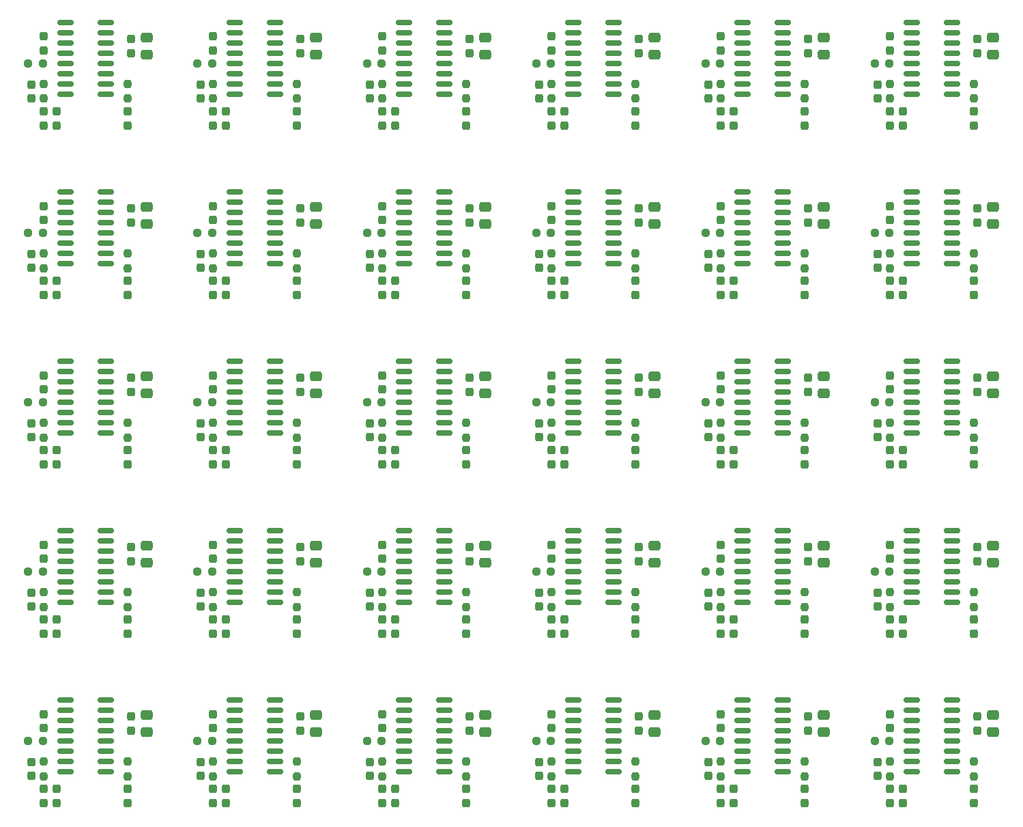
<source format=gbr>
%TF.GenerationSoftware,KiCad,Pcbnew,(6.0.8)*%
%TF.CreationDate,2022-11-05T12:28:44+05:30*%
%TF.ProjectId,panelized,70616e65-6c69-47a6-9564-2e6b69636164,rev?*%
%TF.SameCoordinates,Original*%
%TF.FileFunction,Paste,Top*%
%TF.FilePolarity,Positive*%
%FSLAX46Y46*%
G04 Gerber Fmt 4.6, Leading zero omitted, Abs format (unit mm)*
G04 Created by KiCad (PCBNEW (6.0.8)) date 2022-11-05 12:28:44*
%MOMM*%
%LPD*%
G01*
G04 APERTURE LIST*
G04 Aperture macros list*
%AMRoundRect*
0 Rectangle with rounded corners*
0 $1 Rounding radius*
0 $2 $3 $4 $5 $6 $7 $8 $9 X,Y pos of 4 corners*
0 Add a 4 corners polygon primitive as box body*
4,1,4,$2,$3,$4,$5,$6,$7,$8,$9,$2,$3,0*
0 Add four circle primitives for the rounded corners*
1,1,$1+$1,$2,$3*
1,1,$1+$1,$4,$5*
1,1,$1+$1,$6,$7*
1,1,$1+$1,$8,$9*
0 Add four rect primitives between the rounded corners*
20,1,$1+$1,$2,$3,$4,$5,0*
20,1,$1+$1,$4,$5,$6,$7,0*
20,1,$1+$1,$6,$7,$8,$9,0*
20,1,$1+$1,$8,$9,$2,$3,0*%
G04 Aperture macros list end*
%ADD10RoundRect,0.250000X0.475000X-0.337500X0.475000X0.337500X-0.475000X0.337500X-0.475000X-0.337500X0*%
%ADD11RoundRect,0.237500X0.237500X-0.300000X0.237500X0.300000X-0.237500X0.300000X-0.237500X-0.300000X0*%
%ADD12RoundRect,0.237500X-0.237500X0.300000X-0.237500X-0.300000X0.237500X-0.300000X0.237500X0.300000X0*%
%ADD13RoundRect,0.150000X-0.850000X-0.150000X0.850000X-0.150000X0.850000X0.150000X-0.850000X0.150000X0*%
%ADD14RoundRect,0.237500X0.237500X-0.250000X0.237500X0.250000X-0.237500X0.250000X-0.237500X-0.250000X0*%
%ADD15RoundRect,0.237500X-0.250000X-0.237500X0.250000X-0.237500X0.250000X0.237500X-0.250000X0.237500X0*%
G04 APERTURE END LIST*
D10*
%TO.C,C7*%
X141570000Y-112537500D03*
X141570000Y-110462500D03*
%TD*%
D11*
%TO.C,C6*%
X118600000Y-91362500D03*
X118600000Y-89637500D03*
%TD*%
D12*
%TO.C,C4*%
X127270000Y-53257500D03*
X127270000Y-54982500D03*
%TD*%
D13*
%TO.C,U1*%
X89500000Y-66555000D03*
X89500000Y-67825000D03*
X89500000Y-69095000D03*
X89500000Y-70365000D03*
X89500000Y-71635000D03*
X89500000Y-72905000D03*
X89500000Y-74175000D03*
X89500000Y-75445000D03*
X94500000Y-75445000D03*
X94500000Y-74175000D03*
X94500000Y-72905000D03*
X94500000Y-71635000D03*
X94500000Y-70365000D03*
X94500000Y-69095000D03*
X94500000Y-67825000D03*
X94500000Y-66555000D03*
%TD*%
D11*
%TO.C,C1*%
X88370000Y-58342500D03*
X88370000Y-56617500D03*
%TD*%
D14*
%TO.C,R3*%
X55200000Y-76022500D03*
X55200000Y-74197500D03*
%TD*%
D10*
%TO.C,C7*%
X36570000Y-49537500D03*
X36570000Y-47462500D03*
%TD*%
D12*
%TO.C,C4*%
X22270000Y-116257500D03*
X22270000Y-117982500D03*
%TD*%
D14*
%TO.C,R2*%
X86800000Y-55022500D03*
X86800000Y-53197500D03*
%TD*%
%TO.C,R2*%
X86800000Y-34022500D03*
X86800000Y-32197500D03*
%TD*%
D13*
%TO.C,U1*%
X47500000Y-108555000D03*
X47500000Y-109825000D03*
X47500000Y-111095000D03*
X47500000Y-112365000D03*
X47500000Y-113635000D03*
X47500000Y-114905000D03*
X47500000Y-116175000D03*
X47500000Y-117445000D03*
X52500000Y-117445000D03*
X52500000Y-116175000D03*
X52500000Y-114905000D03*
X52500000Y-113635000D03*
X52500000Y-112365000D03*
X52500000Y-111095000D03*
X52500000Y-109825000D03*
X52500000Y-108555000D03*
%TD*%
D11*
%TO.C,C5*%
X86800000Y-112042500D03*
X86800000Y-110317500D03*
%TD*%
%TO.C,C3*%
X118200000Y-79342500D03*
X118200000Y-77617500D03*
%TD*%
D14*
%TO.C,R2*%
X107800000Y-34022500D03*
X107800000Y-32197500D03*
%TD*%
D10*
%TO.C,C7*%
X78570000Y-112537500D03*
X78570000Y-110462500D03*
%TD*%
D14*
%TO.C,R2*%
X128800000Y-118022500D03*
X128800000Y-116197500D03*
%TD*%
D15*
%TO.C,R1*%
X84887500Y-113630000D03*
X86712500Y-113630000D03*
%TD*%
D12*
%TO.C,C4*%
X127270000Y-116257500D03*
X127270000Y-117982500D03*
%TD*%
D11*
%TO.C,C2*%
X44800000Y-37342500D03*
X44800000Y-35617500D03*
%TD*%
D13*
%TO.C,U1*%
X89500000Y-24555000D03*
X89500000Y-25825000D03*
X89500000Y-27095000D03*
X89500000Y-28365000D03*
X89500000Y-29635000D03*
X89500000Y-30905000D03*
X89500000Y-32175000D03*
X89500000Y-33445000D03*
X94500000Y-33445000D03*
X94500000Y-32175000D03*
X94500000Y-30905000D03*
X94500000Y-29635000D03*
X94500000Y-28365000D03*
X94500000Y-27095000D03*
X94500000Y-25825000D03*
X94500000Y-24555000D03*
%TD*%
D11*
%TO.C,C2*%
X65800000Y-121342500D03*
X65800000Y-119617500D03*
%TD*%
D14*
%TO.C,R3*%
X34200000Y-55022500D03*
X34200000Y-53197500D03*
%TD*%
%TO.C,R3*%
X139200000Y-118022500D03*
X139200000Y-116197500D03*
%TD*%
%TO.C,R3*%
X139200000Y-76022500D03*
X139200000Y-74197500D03*
%TD*%
D13*
%TO.C,U1*%
X89500000Y-87555000D03*
X89500000Y-88825000D03*
X89500000Y-90095000D03*
X89500000Y-91365000D03*
X89500000Y-92635000D03*
X89500000Y-93905000D03*
X89500000Y-95175000D03*
X89500000Y-96445000D03*
X94500000Y-96445000D03*
X94500000Y-95175000D03*
X94500000Y-93905000D03*
X94500000Y-92635000D03*
X94500000Y-91365000D03*
X94500000Y-90095000D03*
X94500000Y-88825000D03*
X94500000Y-87555000D03*
%TD*%
D11*
%TO.C,C3*%
X34200000Y-100342500D03*
X34200000Y-98617500D03*
%TD*%
D14*
%TO.C,R2*%
X128800000Y-97022500D03*
X128800000Y-95197500D03*
%TD*%
D11*
%TO.C,C3*%
X34200000Y-121342500D03*
X34200000Y-119617500D03*
%TD*%
D10*
%TO.C,C7*%
X57570000Y-91537500D03*
X57570000Y-89462500D03*
%TD*%
D15*
%TO.C,R1*%
X84887500Y-50630000D03*
X86712500Y-50630000D03*
%TD*%
D11*
%TO.C,C5*%
X86800000Y-70042500D03*
X86800000Y-68317500D03*
%TD*%
D12*
%TO.C,C4*%
X127270000Y-74257500D03*
X127270000Y-75982500D03*
%TD*%
D11*
%TO.C,C6*%
X118600000Y-112362500D03*
X118600000Y-110637500D03*
%TD*%
D15*
%TO.C,R1*%
X63887500Y-50630000D03*
X65712500Y-50630000D03*
%TD*%
D11*
%TO.C,C2*%
X65800000Y-58342500D03*
X65800000Y-56617500D03*
%TD*%
D14*
%TO.C,R2*%
X107800000Y-118022500D03*
X107800000Y-116197500D03*
%TD*%
D11*
%TO.C,C3*%
X76200000Y-100342500D03*
X76200000Y-98617500D03*
%TD*%
D10*
%TO.C,C7*%
X99570000Y-112537500D03*
X99570000Y-110462500D03*
%TD*%
D12*
%TO.C,C4*%
X43270000Y-95257500D03*
X43270000Y-96982500D03*
%TD*%
D14*
%TO.C,R2*%
X86800000Y-76022500D03*
X86800000Y-74197500D03*
%TD*%
D12*
%TO.C,C4*%
X127270000Y-32257500D03*
X127270000Y-33982500D03*
%TD*%
D15*
%TO.C,R1*%
X126887500Y-92630000D03*
X128712500Y-92630000D03*
%TD*%
D11*
%TO.C,C6*%
X55600000Y-91362500D03*
X55600000Y-89637500D03*
%TD*%
D14*
%TO.C,R3*%
X97200000Y-118022500D03*
X97200000Y-116197500D03*
%TD*%
%TO.C,R2*%
X86800000Y-118022500D03*
X86800000Y-116197500D03*
%TD*%
D13*
%TO.C,U1*%
X110500000Y-45555000D03*
X110500000Y-46825000D03*
X110500000Y-48095000D03*
X110500000Y-49365000D03*
X110500000Y-50635000D03*
X110500000Y-51905000D03*
X110500000Y-53175000D03*
X110500000Y-54445000D03*
X115500000Y-54445000D03*
X115500000Y-53175000D03*
X115500000Y-51905000D03*
X115500000Y-50635000D03*
X115500000Y-49365000D03*
X115500000Y-48095000D03*
X115500000Y-46825000D03*
X115500000Y-45555000D03*
%TD*%
D11*
%TO.C,C6*%
X55600000Y-49362500D03*
X55600000Y-47637500D03*
%TD*%
%TO.C,C5*%
X107800000Y-70042500D03*
X107800000Y-68317500D03*
%TD*%
D15*
%TO.C,R1*%
X84887500Y-29630000D03*
X86712500Y-29630000D03*
%TD*%
D14*
%TO.C,R2*%
X44800000Y-55022500D03*
X44800000Y-53197500D03*
%TD*%
D11*
%TO.C,C5*%
X44800000Y-112042500D03*
X44800000Y-110317500D03*
%TD*%
D10*
%TO.C,C7*%
X36570000Y-91537500D03*
X36570000Y-89462500D03*
%TD*%
D11*
%TO.C,C6*%
X97600000Y-28362500D03*
X97600000Y-26637500D03*
%TD*%
%TO.C,C5*%
X65800000Y-28042500D03*
X65800000Y-26317500D03*
%TD*%
D13*
%TO.C,U1*%
X131500000Y-87555000D03*
X131500000Y-88825000D03*
X131500000Y-90095000D03*
X131500000Y-91365000D03*
X131500000Y-92635000D03*
X131500000Y-93905000D03*
X131500000Y-95175000D03*
X131500000Y-96445000D03*
X136500000Y-96445000D03*
X136500000Y-95175000D03*
X136500000Y-93905000D03*
X136500000Y-92635000D03*
X136500000Y-91365000D03*
X136500000Y-90095000D03*
X136500000Y-88825000D03*
X136500000Y-87555000D03*
%TD*%
D11*
%TO.C,C6*%
X34600000Y-91362500D03*
X34600000Y-89637500D03*
%TD*%
D14*
%TO.C,R3*%
X139200000Y-55022500D03*
X139200000Y-53197500D03*
%TD*%
D11*
%TO.C,C6*%
X55600000Y-70362500D03*
X55600000Y-68637500D03*
%TD*%
%TO.C,C5*%
X86800000Y-91042500D03*
X86800000Y-89317500D03*
%TD*%
D15*
%TO.C,R1*%
X126887500Y-113630000D03*
X128712500Y-113630000D03*
%TD*%
D11*
%TO.C,C1*%
X109370000Y-79342500D03*
X109370000Y-77617500D03*
%TD*%
%TO.C,C6*%
X55600000Y-112362500D03*
X55600000Y-110637500D03*
%TD*%
D14*
%TO.C,R2*%
X107800000Y-55022500D03*
X107800000Y-53197500D03*
%TD*%
D11*
%TO.C,C1*%
X46370000Y-121342500D03*
X46370000Y-119617500D03*
%TD*%
D14*
%TO.C,R3*%
X76200000Y-118022500D03*
X76200000Y-116197500D03*
%TD*%
D13*
%TO.C,U1*%
X89500000Y-45555000D03*
X89500000Y-46825000D03*
X89500000Y-48095000D03*
X89500000Y-49365000D03*
X89500000Y-50635000D03*
X89500000Y-51905000D03*
X89500000Y-53175000D03*
X89500000Y-54445000D03*
X94500000Y-54445000D03*
X94500000Y-53175000D03*
X94500000Y-51905000D03*
X94500000Y-50635000D03*
X94500000Y-49365000D03*
X94500000Y-48095000D03*
X94500000Y-46825000D03*
X94500000Y-45555000D03*
%TD*%
D11*
%TO.C,C2*%
X44800000Y-100342500D03*
X44800000Y-98617500D03*
%TD*%
D14*
%TO.C,R2*%
X128800000Y-76022500D03*
X128800000Y-74197500D03*
%TD*%
%TO.C,R3*%
X97200000Y-76022500D03*
X97200000Y-74197500D03*
%TD*%
%TO.C,R2*%
X107800000Y-97022500D03*
X107800000Y-95197500D03*
%TD*%
D11*
%TO.C,C2*%
X23800000Y-58342500D03*
X23800000Y-56617500D03*
%TD*%
%TO.C,C3*%
X55200000Y-121342500D03*
X55200000Y-119617500D03*
%TD*%
D14*
%TO.C,R2*%
X44800000Y-118022500D03*
X44800000Y-116197500D03*
%TD*%
D11*
%TO.C,C3*%
X55200000Y-37342500D03*
X55200000Y-35617500D03*
%TD*%
D13*
%TO.C,U1*%
X89500000Y-108555000D03*
X89500000Y-109825000D03*
X89500000Y-111095000D03*
X89500000Y-112365000D03*
X89500000Y-113635000D03*
X89500000Y-114905000D03*
X89500000Y-116175000D03*
X89500000Y-117445000D03*
X94500000Y-117445000D03*
X94500000Y-116175000D03*
X94500000Y-114905000D03*
X94500000Y-113635000D03*
X94500000Y-112365000D03*
X94500000Y-111095000D03*
X94500000Y-109825000D03*
X94500000Y-108555000D03*
%TD*%
D11*
%TO.C,C6*%
X139600000Y-112362500D03*
X139600000Y-110637500D03*
%TD*%
%TO.C,C5*%
X65800000Y-70042500D03*
X65800000Y-68317500D03*
%TD*%
%TO.C,C3*%
X97200000Y-58342500D03*
X97200000Y-56617500D03*
%TD*%
%TO.C,C1*%
X67370000Y-100342500D03*
X67370000Y-98617500D03*
%TD*%
%TO.C,C2*%
X86800000Y-121342500D03*
X86800000Y-119617500D03*
%TD*%
D15*
%TO.C,R1*%
X84887500Y-71630000D03*
X86712500Y-71630000D03*
%TD*%
D13*
%TO.C,U1*%
X26500000Y-66555000D03*
X26500000Y-67825000D03*
X26500000Y-69095000D03*
X26500000Y-70365000D03*
X26500000Y-71635000D03*
X26500000Y-72905000D03*
X26500000Y-74175000D03*
X26500000Y-75445000D03*
X31500000Y-75445000D03*
X31500000Y-74175000D03*
X31500000Y-72905000D03*
X31500000Y-71635000D03*
X31500000Y-70365000D03*
X31500000Y-69095000D03*
X31500000Y-67825000D03*
X31500000Y-66555000D03*
%TD*%
%TO.C,U1*%
X110500000Y-66555000D03*
X110500000Y-67825000D03*
X110500000Y-69095000D03*
X110500000Y-70365000D03*
X110500000Y-71635000D03*
X110500000Y-72905000D03*
X110500000Y-74175000D03*
X110500000Y-75445000D03*
X115500000Y-75445000D03*
X115500000Y-74175000D03*
X115500000Y-72905000D03*
X115500000Y-71635000D03*
X115500000Y-70365000D03*
X115500000Y-69095000D03*
X115500000Y-67825000D03*
X115500000Y-66555000D03*
%TD*%
D11*
%TO.C,C6*%
X139600000Y-49362500D03*
X139600000Y-47637500D03*
%TD*%
D14*
%TO.C,R2*%
X107800000Y-76022500D03*
X107800000Y-74197500D03*
%TD*%
D11*
%TO.C,C1*%
X109370000Y-37342500D03*
X109370000Y-35617500D03*
%TD*%
D10*
%TO.C,C7*%
X57570000Y-28537500D03*
X57570000Y-26462500D03*
%TD*%
D11*
%TO.C,C1*%
X67370000Y-37342500D03*
X67370000Y-35617500D03*
%TD*%
%TO.C,C3*%
X97200000Y-121342500D03*
X97200000Y-119617500D03*
%TD*%
%TO.C,C3*%
X139200000Y-37342500D03*
X139200000Y-35617500D03*
%TD*%
%TO.C,C1*%
X67370000Y-121342500D03*
X67370000Y-119617500D03*
%TD*%
%TO.C,C3*%
X139200000Y-121342500D03*
X139200000Y-119617500D03*
%TD*%
%TO.C,C3*%
X55200000Y-58342500D03*
X55200000Y-56617500D03*
%TD*%
D14*
%TO.C,R2*%
X23800000Y-76022500D03*
X23800000Y-74197500D03*
%TD*%
D10*
%TO.C,C7*%
X141570000Y-49537500D03*
X141570000Y-47462500D03*
%TD*%
D11*
%TO.C,C5*%
X128800000Y-91042500D03*
X128800000Y-89317500D03*
%TD*%
%TO.C,C3*%
X34200000Y-58342500D03*
X34200000Y-56617500D03*
%TD*%
%TO.C,C2*%
X23800000Y-121342500D03*
X23800000Y-119617500D03*
%TD*%
D12*
%TO.C,C4*%
X106270000Y-32257500D03*
X106270000Y-33982500D03*
%TD*%
D15*
%TO.C,R1*%
X21887500Y-71630000D03*
X23712500Y-71630000D03*
%TD*%
D14*
%TO.C,R3*%
X34200000Y-34022500D03*
X34200000Y-32197500D03*
%TD*%
D10*
%TO.C,C7*%
X120570000Y-112537500D03*
X120570000Y-110462500D03*
%TD*%
D11*
%TO.C,C2*%
X65800000Y-37342500D03*
X65800000Y-35617500D03*
%TD*%
D14*
%TO.C,R3*%
X118200000Y-55022500D03*
X118200000Y-53197500D03*
%TD*%
D11*
%TO.C,C3*%
X97200000Y-37342500D03*
X97200000Y-35617500D03*
%TD*%
%TO.C,C5*%
X107800000Y-112042500D03*
X107800000Y-110317500D03*
%TD*%
%TO.C,C1*%
X130370000Y-37342500D03*
X130370000Y-35617500D03*
%TD*%
%TO.C,C3*%
X139200000Y-79342500D03*
X139200000Y-77617500D03*
%TD*%
%TO.C,C3*%
X118200000Y-121342500D03*
X118200000Y-119617500D03*
%TD*%
D14*
%TO.C,R3*%
X118200000Y-118022500D03*
X118200000Y-116197500D03*
%TD*%
D10*
%TO.C,C7*%
X57570000Y-112537500D03*
X57570000Y-110462500D03*
%TD*%
D14*
%TO.C,R3*%
X118200000Y-34022500D03*
X118200000Y-32197500D03*
%TD*%
%TO.C,R2*%
X65800000Y-97022500D03*
X65800000Y-95197500D03*
%TD*%
D11*
%TO.C,C1*%
X109370000Y-58342500D03*
X109370000Y-56617500D03*
%TD*%
D14*
%TO.C,R2*%
X65800000Y-118022500D03*
X65800000Y-116197500D03*
%TD*%
%TO.C,R2*%
X65800000Y-76022500D03*
X65800000Y-74197500D03*
%TD*%
D15*
%TO.C,R1*%
X126887500Y-71630000D03*
X128712500Y-71630000D03*
%TD*%
D11*
%TO.C,C3*%
X118200000Y-58342500D03*
X118200000Y-56617500D03*
%TD*%
%TO.C,C6*%
X97600000Y-112362500D03*
X97600000Y-110637500D03*
%TD*%
D12*
%TO.C,C4*%
X64270000Y-95257500D03*
X64270000Y-96982500D03*
%TD*%
D11*
%TO.C,C2*%
X107800000Y-79342500D03*
X107800000Y-77617500D03*
%TD*%
D10*
%TO.C,C7*%
X57570000Y-49537500D03*
X57570000Y-47462500D03*
%TD*%
D11*
%TO.C,C6*%
X118600000Y-28362500D03*
X118600000Y-26637500D03*
%TD*%
D15*
%TO.C,R1*%
X21887500Y-92630000D03*
X23712500Y-92630000D03*
%TD*%
D12*
%TO.C,C4*%
X64270000Y-116257500D03*
X64270000Y-117982500D03*
%TD*%
D10*
%TO.C,C7*%
X120570000Y-49537500D03*
X120570000Y-47462500D03*
%TD*%
D14*
%TO.C,R3*%
X55200000Y-55022500D03*
X55200000Y-53197500D03*
%TD*%
%TO.C,R3*%
X55200000Y-97022500D03*
X55200000Y-95197500D03*
%TD*%
D12*
%TO.C,C4*%
X64270000Y-32257500D03*
X64270000Y-33982500D03*
%TD*%
D11*
%TO.C,C5*%
X128800000Y-28042500D03*
X128800000Y-26317500D03*
%TD*%
%TO.C,C1*%
X130370000Y-79342500D03*
X130370000Y-77617500D03*
%TD*%
%TO.C,C1*%
X130370000Y-58342500D03*
X130370000Y-56617500D03*
%TD*%
D14*
%TO.C,R3*%
X34200000Y-118022500D03*
X34200000Y-116197500D03*
%TD*%
D11*
%TO.C,C1*%
X25370000Y-37342500D03*
X25370000Y-35617500D03*
%TD*%
%TO.C,C5*%
X86800000Y-49042500D03*
X86800000Y-47317500D03*
%TD*%
%TO.C,C5*%
X65800000Y-49042500D03*
X65800000Y-47317500D03*
%TD*%
%TO.C,C2*%
X23800000Y-79342500D03*
X23800000Y-77617500D03*
%TD*%
D15*
%TO.C,R1*%
X42887500Y-92630000D03*
X44712500Y-92630000D03*
%TD*%
D11*
%TO.C,C6*%
X76600000Y-112362500D03*
X76600000Y-110637500D03*
%TD*%
%TO.C,C5*%
X44800000Y-49042500D03*
X44800000Y-47317500D03*
%TD*%
D13*
%TO.C,U1*%
X68500000Y-108555000D03*
X68500000Y-109825000D03*
X68500000Y-111095000D03*
X68500000Y-112365000D03*
X68500000Y-113635000D03*
X68500000Y-114905000D03*
X68500000Y-116175000D03*
X68500000Y-117445000D03*
X73500000Y-117445000D03*
X73500000Y-116175000D03*
X73500000Y-114905000D03*
X73500000Y-113635000D03*
X73500000Y-112365000D03*
X73500000Y-111095000D03*
X73500000Y-109825000D03*
X73500000Y-108555000D03*
%TD*%
D14*
%TO.C,R3*%
X139200000Y-97022500D03*
X139200000Y-95197500D03*
%TD*%
D11*
%TO.C,C1*%
X67370000Y-58342500D03*
X67370000Y-56617500D03*
%TD*%
D10*
%TO.C,C7*%
X120570000Y-28537500D03*
X120570000Y-26462500D03*
%TD*%
D11*
%TO.C,C6*%
X97600000Y-49362500D03*
X97600000Y-47637500D03*
%TD*%
D14*
%TO.C,R2*%
X44800000Y-34022500D03*
X44800000Y-32197500D03*
%TD*%
D15*
%TO.C,R1*%
X42887500Y-50630000D03*
X44712500Y-50630000D03*
%TD*%
D10*
%TO.C,C7*%
X141570000Y-91537500D03*
X141570000Y-89462500D03*
%TD*%
D14*
%TO.C,R2*%
X23800000Y-34022500D03*
X23800000Y-32197500D03*
%TD*%
D11*
%TO.C,C3*%
X76200000Y-121342500D03*
X76200000Y-119617500D03*
%TD*%
D10*
%TO.C,C7*%
X36570000Y-112537500D03*
X36570000Y-110462500D03*
%TD*%
D11*
%TO.C,C5*%
X107800000Y-49042500D03*
X107800000Y-47317500D03*
%TD*%
%TO.C,C2*%
X86800000Y-37342500D03*
X86800000Y-35617500D03*
%TD*%
D15*
%TO.C,R1*%
X84887500Y-92630000D03*
X86712500Y-92630000D03*
%TD*%
D12*
%TO.C,C4*%
X22270000Y-95257500D03*
X22270000Y-96982500D03*
%TD*%
D10*
%TO.C,C7*%
X99570000Y-91537500D03*
X99570000Y-89462500D03*
%TD*%
D11*
%TO.C,C3*%
X55200000Y-79342500D03*
X55200000Y-77617500D03*
%TD*%
D12*
%TO.C,C4*%
X127270000Y-95257500D03*
X127270000Y-96982500D03*
%TD*%
D15*
%TO.C,R1*%
X126887500Y-29630000D03*
X128712500Y-29630000D03*
%TD*%
D11*
%TO.C,C5*%
X44800000Y-70042500D03*
X44800000Y-68317500D03*
%TD*%
D15*
%TO.C,R1*%
X63887500Y-113630000D03*
X65712500Y-113630000D03*
%TD*%
D11*
%TO.C,C1*%
X25370000Y-121342500D03*
X25370000Y-119617500D03*
%TD*%
D15*
%TO.C,R1*%
X21887500Y-29630000D03*
X23712500Y-29630000D03*
%TD*%
D12*
%TO.C,C4*%
X64270000Y-74257500D03*
X64270000Y-75982500D03*
%TD*%
%TO.C,C4*%
X85270000Y-95257500D03*
X85270000Y-96982500D03*
%TD*%
D10*
%TO.C,C7*%
X141570000Y-28537500D03*
X141570000Y-26462500D03*
%TD*%
%TO.C,C7*%
X78570000Y-49537500D03*
X78570000Y-47462500D03*
%TD*%
D11*
%TO.C,C6*%
X76600000Y-49362500D03*
X76600000Y-47637500D03*
%TD*%
D15*
%TO.C,R1*%
X105887500Y-71630000D03*
X107712500Y-71630000D03*
%TD*%
D11*
%TO.C,C1*%
X25370000Y-100342500D03*
X25370000Y-98617500D03*
%TD*%
%TO.C,C1*%
X88370000Y-100342500D03*
X88370000Y-98617500D03*
%TD*%
D14*
%TO.C,R3*%
X97200000Y-55022500D03*
X97200000Y-53197500D03*
%TD*%
D11*
%TO.C,C5*%
X65800000Y-91042500D03*
X65800000Y-89317500D03*
%TD*%
D14*
%TO.C,R2*%
X23800000Y-55022500D03*
X23800000Y-53197500D03*
%TD*%
D15*
%TO.C,R1*%
X105887500Y-29630000D03*
X107712500Y-29630000D03*
%TD*%
D11*
%TO.C,C2*%
X107800000Y-100342500D03*
X107800000Y-98617500D03*
%TD*%
%TO.C,C5*%
X107800000Y-91042500D03*
X107800000Y-89317500D03*
%TD*%
D13*
%TO.C,U1*%
X110500000Y-87555000D03*
X110500000Y-88825000D03*
X110500000Y-90095000D03*
X110500000Y-91365000D03*
X110500000Y-92635000D03*
X110500000Y-93905000D03*
X110500000Y-95175000D03*
X110500000Y-96445000D03*
X115500000Y-96445000D03*
X115500000Y-95175000D03*
X115500000Y-93905000D03*
X115500000Y-92635000D03*
X115500000Y-91365000D03*
X115500000Y-90095000D03*
X115500000Y-88825000D03*
X115500000Y-87555000D03*
%TD*%
D15*
%TO.C,R1*%
X21887500Y-50630000D03*
X23712500Y-50630000D03*
%TD*%
D11*
%TO.C,C3*%
X55200000Y-100342500D03*
X55200000Y-98617500D03*
%TD*%
D15*
%TO.C,R1*%
X63887500Y-29630000D03*
X65712500Y-29630000D03*
%TD*%
D12*
%TO.C,C4*%
X85270000Y-32257500D03*
X85270000Y-33982500D03*
%TD*%
D11*
%TO.C,C5*%
X128800000Y-112042500D03*
X128800000Y-110317500D03*
%TD*%
%TO.C,C1*%
X46370000Y-100342500D03*
X46370000Y-98617500D03*
%TD*%
D13*
%TO.C,U1*%
X47500000Y-45555000D03*
X47500000Y-46825000D03*
X47500000Y-48095000D03*
X47500000Y-49365000D03*
X47500000Y-50635000D03*
X47500000Y-51905000D03*
X47500000Y-53175000D03*
X47500000Y-54445000D03*
X52500000Y-54445000D03*
X52500000Y-53175000D03*
X52500000Y-51905000D03*
X52500000Y-50635000D03*
X52500000Y-49365000D03*
X52500000Y-48095000D03*
X52500000Y-46825000D03*
X52500000Y-45555000D03*
%TD*%
D11*
%TO.C,C6*%
X76600000Y-91362500D03*
X76600000Y-89637500D03*
%TD*%
D15*
%TO.C,R1*%
X42887500Y-113630000D03*
X44712500Y-113630000D03*
%TD*%
D11*
%TO.C,C5*%
X65800000Y-112042500D03*
X65800000Y-110317500D03*
%TD*%
%TO.C,C6*%
X97600000Y-70362500D03*
X97600000Y-68637500D03*
%TD*%
D13*
%TO.C,U1*%
X131500000Y-66555000D03*
X131500000Y-67825000D03*
X131500000Y-69095000D03*
X131500000Y-70365000D03*
X131500000Y-71635000D03*
X131500000Y-72905000D03*
X131500000Y-74175000D03*
X131500000Y-75445000D03*
X136500000Y-75445000D03*
X136500000Y-74175000D03*
X136500000Y-72905000D03*
X136500000Y-71635000D03*
X136500000Y-70365000D03*
X136500000Y-69095000D03*
X136500000Y-67825000D03*
X136500000Y-66555000D03*
%TD*%
D11*
%TO.C,C6*%
X76600000Y-70362500D03*
X76600000Y-68637500D03*
%TD*%
%TO.C,C3*%
X118200000Y-100342500D03*
X118200000Y-98617500D03*
%TD*%
%TO.C,C1*%
X67370000Y-79342500D03*
X67370000Y-77617500D03*
%TD*%
D10*
%TO.C,C7*%
X78570000Y-70537500D03*
X78570000Y-68462500D03*
%TD*%
D14*
%TO.C,R3*%
X34200000Y-97022500D03*
X34200000Y-95197500D03*
%TD*%
D11*
%TO.C,C2*%
X86800000Y-58342500D03*
X86800000Y-56617500D03*
%TD*%
D13*
%TO.C,U1*%
X47500000Y-66555000D03*
X47500000Y-67825000D03*
X47500000Y-69095000D03*
X47500000Y-70365000D03*
X47500000Y-71635000D03*
X47500000Y-72905000D03*
X47500000Y-74175000D03*
X47500000Y-75445000D03*
X52500000Y-75445000D03*
X52500000Y-74175000D03*
X52500000Y-72905000D03*
X52500000Y-71635000D03*
X52500000Y-70365000D03*
X52500000Y-69095000D03*
X52500000Y-67825000D03*
X52500000Y-66555000D03*
%TD*%
D15*
%TO.C,R1*%
X105887500Y-92630000D03*
X107712500Y-92630000D03*
%TD*%
D11*
%TO.C,C5*%
X23800000Y-70042500D03*
X23800000Y-68317500D03*
%TD*%
%TO.C,C6*%
X97600000Y-91362500D03*
X97600000Y-89637500D03*
%TD*%
D14*
%TO.C,R3*%
X34200000Y-76022500D03*
X34200000Y-74197500D03*
%TD*%
D10*
%TO.C,C7*%
X141570000Y-70537500D03*
X141570000Y-68462500D03*
%TD*%
D11*
%TO.C,C2*%
X128800000Y-121342500D03*
X128800000Y-119617500D03*
%TD*%
%TO.C,C3*%
X76200000Y-58342500D03*
X76200000Y-56617500D03*
%TD*%
%TO.C,C6*%
X76600000Y-28362500D03*
X76600000Y-26637500D03*
%TD*%
D12*
%TO.C,C4*%
X85270000Y-116257500D03*
X85270000Y-117982500D03*
%TD*%
D15*
%TO.C,R1*%
X42887500Y-71630000D03*
X44712500Y-71630000D03*
%TD*%
D12*
%TO.C,C4*%
X22270000Y-53257500D03*
X22270000Y-54982500D03*
%TD*%
%TO.C,C4*%
X106270000Y-53257500D03*
X106270000Y-54982500D03*
%TD*%
D10*
%TO.C,C7*%
X99570000Y-49537500D03*
X99570000Y-47462500D03*
%TD*%
D11*
%TO.C,C6*%
X139600000Y-70362500D03*
X139600000Y-68637500D03*
%TD*%
D14*
%TO.C,R3*%
X76200000Y-97022500D03*
X76200000Y-95197500D03*
%TD*%
D10*
%TO.C,C7*%
X78570000Y-28537500D03*
X78570000Y-26462500D03*
%TD*%
D11*
%TO.C,C5*%
X86800000Y-28042500D03*
X86800000Y-26317500D03*
%TD*%
%TO.C,C1*%
X130370000Y-100342500D03*
X130370000Y-98617500D03*
%TD*%
%TO.C,C1*%
X46370000Y-58342500D03*
X46370000Y-56617500D03*
%TD*%
%TO.C,C3*%
X34200000Y-37342500D03*
X34200000Y-35617500D03*
%TD*%
%TO.C,C5*%
X44800000Y-28042500D03*
X44800000Y-26317500D03*
%TD*%
D12*
%TO.C,C4*%
X22270000Y-32257500D03*
X22270000Y-33982500D03*
%TD*%
D14*
%TO.C,R2*%
X128800000Y-34022500D03*
X128800000Y-32197500D03*
%TD*%
D11*
%TO.C,C1*%
X130370000Y-121342500D03*
X130370000Y-119617500D03*
%TD*%
%TO.C,C3*%
X34200000Y-79342500D03*
X34200000Y-77617500D03*
%TD*%
%TO.C,C6*%
X55600000Y-28362500D03*
X55600000Y-26637500D03*
%TD*%
%TO.C,C1*%
X109370000Y-121342500D03*
X109370000Y-119617500D03*
%TD*%
%TO.C,C3*%
X139200000Y-58342500D03*
X139200000Y-56617500D03*
%TD*%
D12*
%TO.C,C4*%
X43270000Y-32257500D03*
X43270000Y-33982500D03*
%TD*%
D13*
%TO.C,U1*%
X131500000Y-45555000D03*
X131500000Y-46825000D03*
X131500000Y-48095000D03*
X131500000Y-49365000D03*
X131500000Y-50635000D03*
X131500000Y-51905000D03*
X131500000Y-53175000D03*
X131500000Y-54445000D03*
X136500000Y-54445000D03*
X136500000Y-53175000D03*
X136500000Y-51905000D03*
X136500000Y-50635000D03*
X136500000Y-49365000D03*
X136500000Y-48095000D03*
X136500000Y-46825000D03*
X136500000Y-45555000D03*
%TD*%
D14*
%TO.C,R3*%
X118200000Y-97022500D03*
X118200000Y-95197500D03*
%TD*%
D15*
%TO.C,R1*%
X105887500Y-50630000D03*
X107712500Y-50630000D03*
%TD*%
D10*
%TO.C,C7*%
X36570000Y-28537500D03*
X36570000Y-26462500D03*
%TD*%
D13*
%TO.C,U1*%
X47500000Y-87555000D03*
X47500000Y-88825000D03*
X47500000Y-90095000D03*
X47500000Y-91365000D03*
X47500000Y-92635000D03*
X47500000Y-93905000D03*
X47500000Y-95175000D03*
X47500000Y-96445000D03*
X52500000Y-96445000D03*
X52500000Y-95175000D03*
X52500000Y-93905000D03*
X52500000Y-92635000D03*
X52500000Y-91365000D03*
X52500000Y-90095000D03*
X52500000Y-88825000D03*
X52500000Y-87555000D03*
%TD*%
D11*
%TO.C,C1*%
X88370000Y-121342500D03*
X88370000Y-119617500D03*
%TD*%
%TO.C,C3*%
X97200000Y-79342500D03*
X97200000Y-77617500D03*
%TD*%
D14*
%TO.C,R3*%
X76200000Y-76022500D03*
X76200000Y-74197500D03*
%TD*%
%TO.C,R3*%
X139200000Y-34022500D03*
X139200000Y-32197500D03*
%TD*%
D12*
%TO.C,C4*%
X106270000Y-95257500D03*
X106270000Y-96982500D03*
%TD*%
D13*
%TO.C,U1*%
X47500000Y-24555000D03*
X47500000Y-25825000D03*
X47500000Y-27095000D03*
X47500000Y-28365000D03*
X47500000Y-29635000D03*
X47500000Y-30905000D03*
X47500000Y-32175000D03*
X47500000Y-33445000D03*
X52500000Y-33445000D03*
X52500000Y-32175000D03*
X52500000Y-30905000D03*
X52500000Y-29635000D03*
X52500000Y-28365000D03*
X52500000Y-27095000D03*
X52500000Y-25825000D03*
X52500000Y-24555000D03*
%TD*%
D10*
%TO.C,C7*%
X99570000Y-28537500D03*
X99570000Y-26462500D03*
%TD*%
D12*
%TO.C,C4*%
X85270000Y-53257500D03*
X85270000Y-54982500D03*
%TD*%
D11*
%TO.C,C6*%
X34600000Y-70362500D03*
X34600000Y-68637500D03*
%TD*%
D14*
%TO.C,R2*%
X86800000Y-97022500D03*
X86800000Y-95197500D03*
%TD*%
D15*
%TO.C,R1*%
X63887500Y-92630000D03*
X65712500Y-92630000D03*
%TD*%
%TO.C,R1*%
X21887500Y-113630000D03*
X23712500Y-113630000D03*
%TD*%
D11*
%TO.C,C3*%
X97200000Y-100342500D03*
X97200000Y-98617500D03*
%TD*%
%TO.C,C5*%
X44800000Y-91042500D03*
X44800000Y-89317500D03*
%TD*%
%TO.C,C2*%
X23800000Y-100342500D03*
X23800000Y-98617500D03*
%TD*%
D14*
%TO.C,R3*%
X55200000Y-118022500D03*
X55200000Y-116197500D03*
%TD*%
D11*
%TO.C,C3*%
X139200000Y-100342500D03*
X139200000Y-98617500D03*
%TD*%
D10*
%TO.C,C7*%
X78570000Y-91537500D03*
X78570000Y-89462500D03*
%TD*%
D11*
%TO.C,C2*%
X86800000Y-79342500D03*
X86800000Y-77617500D03*
%TD*%
%TO.C,C1*%
X109370000Y-100342500D03*
X109370000Y-98617500D03*
%TD*%
%TO.C,C5*%
X23800000Y-91042500D03*
X23800000Y-89317500D03*
%TD*%
%TO.C,C2*%
X128800000Y-37342500D03*
X128800000Y-35617500D03*
%TD*%
%TO.C,C2*%
X128800000Y-79342500D03*
X128800000Y-77617500D03*
%TD*%
D10*
%TO.C,C7*%
X99570000Y-70537500D03*
X99570000Y-68462500D03*
%TD*%
D15*
%TO.C,R1*%
X126887500Y-50630000D03*
X128712500Y-50630000D03*
%TD*%
D13*
%TO.C,U1*%
X68500000Y-87555000D03*
X68500000Y-88825000D03*
X68500000Y-90095000D03*
X68500000Y-91365000D03*
X68500000Y-92635000D03*
X68500000Y-93905000D03*
X68500000Y-95175000D03*
X68500000Y-96445000D03*
X73500000Y-96445000D03*
X73500000Y-95175000D03*
X73500000Y-93905000D03*
X73500000Y-92635000D03*
X73500000Y-91365000D03*
X73500000Y-90095000D03*
X73500000Y-88825000D03*
X73500000Y-87555000D03*
%TD*%
D11*
%TO.C,C2*%
X107800000Y-58342500D03*
X107800000Y-56617500D03*
%TD*%
D10*
%TO.C,C7*%
X36570000Y-70537500D03*
X36570000Y-68462500D03*
%TD*%
D14*
%TO.C,R3*%
X97200000Y-97022500D03*
X97200000Y-95197500D03*
%TD*%
D13*
%TO.C,U1*%
X131500000Y-108555000D03*
X131500000Y-109825000D03*
X131500000Y-111095000D03*
X131500000Y-112365000D03*
X131500000Y-113635000D03*
X131500000Y-114905000D03*
X131500000Y-116175000D03*
X131500000Y-117445000D03*
X136500000Y-117445000D03*
X136500000Y-116175000D03*
X136500000Y-114905000D03*
X136500000Y-113635000D03*
X136500000Y-112365000D03*
X136500000Y-111095000D03*
X136500000Y-109825000D03*
X136500000Y-108555000D03*
%TD*%
D11*
%TO.C,C2*%
X44800000Y-58342500D03*
X44800000Y-56617500D03*
%TD*%
D13*
%TO.C,U1*%
X26500000Y-45555000D03*
X26500000Y-46825000D03*
X26500000Y-48095000D03*
X26500000Y-49365000D03*
X26500000Y-50635000D03*
X26500000Y-51905000D03*
X26500000Y-53175000D03*
X26500000Y-54445000D03*
X31500000Y-54445000D03*
X31500000Y-53175000D03*
X31500000Y-51905000D03*
X31500000Y-50635000D03*
X31500000Y-49365000D03*
X31500000Y-48095000D03*
X31500000Y-46825000D03*
X31500000Y-45555000D03*
%TD*%
D11*
%TO.C,C5*%
X128800000Y-49042500D03*
X128800000Y-47317500D03*
%TD*%
D14*
%TO.C,R2*%
X23800000Y-97022500D03*
X23800000Y-95197500D03*
%TD*%
D11*
%TO.C,C2*%
X23800000Y-37342500D03*
X23800000Y-35617500D03*
%TD*%
D12*
%TO.C,C4*%
X43270000Y-53257500D03*
X43270000Y-54982500D03*
%TD*%
D11*
%TO.C,C1*%
X88370000Y-79342500D03*
X88370000Y-77617500D03*
%TD*%
%TO.C,C5*%
X23800000Y-112042500D03*
X23800000Y-110317500D03*
%TD*%
D12*
%TO.C,C4*%
X106270000Y-116257500D03*
X106270000Y-117982500D03*
%TD*%
D14*
%TO.C,R2*%
X44800000Y-97022500D03*
X44800000Y-95197500D03*
%TD*%
D11*
%TO.C,C1*%
X25370000Y-79342500D03*
X25370000Y-77617500D03*
%TD*%
%TO.C,C2*%
X86800000Y-100342500D03*
X86800000Y-98617500D03*
%TD*%
D10*
%TO.C,C7*%
X120570000Y-70537500D03*
X120570000Y-68462500D03*
%TD*%
D13*
%TO.C,U1*%
X131500000Y-24555000D03*
X131500000Y-25825000D03*
X131500000Y-27095000D03*
X131500000Y-28365000D03*
X131500000Y-29635000D03*
X131500000Y-30905000D03*
X131500000Y-32175000D03*
X131500000Y-33445000D03*
X136500000Y-33445000D03*
X136500000Y-32175000D03*
X136500000Y-30905000D03*
X136500000Y-29635000D03*
X136500000Y-28365000D03*
X136500000Y-27095000D03*
X136500000Y-25825000D03*
X136500000Y-24555000D03*
%TD*%
D11*
%TO.C,C5*%
X23800000Y-49042500D03*
X23800000Y-47317500D03*
%TD*%
D13*
%TO.C,U1*%
X68500000Y-66555000D03*
X68500000Y-67825000D03*
X68500000Y-69095000D03*
X68500000Y-70365000D03*
X68500000Y-71635000D03*
X68500000Y-72905000D03*
X68500000Y-74175000D03*
X68500000Y-75445000D03*
X73500000Y-75445000D03*
X73500000Y-74175000D03*
X73500000Y-72905000D03*
X73500000Y-71635000D03*
X73500000Y-70365000D03*
X73500000Y-69095000D03*
X73500000Y-67825000D03*
X73500000Y-66555000D03*
%TD*%
D12*
%TO.C,C4*%
X43270000Y-74257500D03*
X43270000Y-75982500D03*
%TD*%
D13*
%TO.C,U1*%
X26500000Y-87555000D03*
X26500000Y-88825000D03*
X26500000Y-90095000D03*
X26500000Y-91365000D03*
X26500000Y-92635000D03*
X26500000Y-93905000D03*
X26500000Y-95175000D03*
X26500000Y-96445000D03*
X31500000Y-96445000D03*
X31500000Y-95175000D03*
X31500000Y-93905000D03*
X31500000Y-92635000D03*
X31500000Y-91365000D03*
X31500000Y-90095000D03*
X31500000Y-88825000D03*
X31500000Y-87555000D03*
%TD*%
D11*
%TO.C,C2*%
X107800000Y-37342500D03*
X107800000Y-35617500D03*
%TD*%
D13*
%TO.C,U1*%
X26500000Y-108555000D03*
X26500000Y-109825000D03*
X26500000Y-111095000D03*
X26500000Y-112365000D03*
X26500000Y-113635000D03*
X26500000Y-114905000D03*
X26500000Y-116175000D03*
X26500000Y-117445000D03*
X31500000Y-117445000D03*
X31500000Y-116175000D03*
X31500000Y-114905000D03*
X31500000Y-113635000D03*
X31500000Y-112365000D03*
X31500000Y-111095000D03*
X31500000Y-109825000D03*
X31500000Y-108555000D03*
%TD*%
%TO.C,U1*%
X68500000Y-45555000D03*
X68500000Y-46825000D03*
X68500000Y-48095000D03*
X68500000Y-49365000D03*
X68500000Y-50635000D03*
X68500000Y-51905000D03*
X68500000Y-53175000D03*
X68500000Y-54445000D03*
X73500000Y-54445000D03*
X73500000Y-53175000D03*
X73500000Y-51905000D03*
X73500000Y-50635000D03*
X73500000Y-49365000D03*
X73500000Y-48095000D03*
X73500000Y-46825000D03*
X73500000Y-45555000D03*
%TD*%
D11*
%TO.C,C1*%
X46370000Y-79342500D03*
X46370000Y-77617500D03*
%TD*%
%TO.C,C1*%
X88370000Y-37342500D03*
X88370000Y-35617500D03*
%TD*%
D14*
%TO.C,R3*%
X55200000Y-34022500D03*
X55200000Y-32197500D03*
%TD*%
D11*
%TO.C,C3*%
X118200000Y-37342500D03*
X118200000Y-35617500D03*
%TD*%
%TO.C,C2*%
X128800000Y-100342500D03*
X128800000Y-98617500D03*
%TD*%
D14*
%TO.C,R2*%
X23800000Y-118022500D03*
X23800000Y-116197500D03*
%TD*%
D12*
%TO.C,C4*%
X106270000Y-74257500D03*
X106270000Y-75982500D03*
%TD*%
D11*
%TO.C,C5*%
X23800000Y-28042500D03*
X23800000Y-26317500D03*
%TD*%
%TO.C,C2*%
X65800000Y-79342500D03*
X65800000Y-77617500D03*
%TD*%
D15*
%TO.C,R1*%
X42887500Y-29630000D03*
X44712500Y-29630000D03*
%TD*%
D11*
%TO.C,C5*%
X128800000Y-70042500D03*
X128800000Y-68317500D03*
%TD*%
%TO.C,C6*%
X34600000Y-28362500D03*
X34600000Y-26637500D03*
%TD*%
%TO.C,C6*%
X139600000Y-91362500D03*
X139600000Y-89637500D03*
%TD*%
D15*
%TO.C,R1*%
X105887500Y-113630000D03*
X107712500Y-113630000D03*
%TD*%
D10*
%TO.C,C7*%
X120570000Y-91537500D03*
X120570000Y-89462500D03*
%TD*%
D15*
%TO.C,R1*%
X63887500Y-71630000D03*
X65712500Y-71630000D03*
%TD*%
D11*
%TO.C,C2*%
X44800000Y-121342500D03*
X44800000Y-119617500D03*
%TD*%
%TO.C,C6*%
X118600000Y-70362500D03*
X118600000Y-68637500D03*
%TD*%
%TO.C,C6*%
X118600000Y-49362500D03*
X118600000Y-47637500D03*
%TD*%
%TO.C,C6*%
X139600000Y-28362500D03*
X139600000Y-26637500D03*
%TD*%
%TO.C,C1*%
X25370000Y-58342500D03*
X25370000Y-56617500D03*
%TD*%
%TO.C,C2*%
X44800000Y-79342500D03*
X44800000Y-77617500D03*
%TD*%
%TO.C,C6*%
X34600000Y-112362500D03*
X34600000Y-110637500D03*
%TD*%
D14*
%TO.C,R2*%
X65800000Y-34022500D03*
X65800000Y-32197500D03*
%TD*%
D12*
%TO.C,C4*%
X43270000Y-116257500D03*
X43270000Y-117982500D03*
%TD*%
D11*
%TO.C,C2*%
X128800000Y-58342500D03*
X128800000Y-56617500D03*
%TD*%
%TO.C,C3*%
X76200000Y-37342500D03*
X76200000Y-35617500D03*
%TD*%
D14*
%TO.C,R2*%
X65800000Y-55022500D03*
X65800000Y-53197500D03*
%TD*%
D12*
%TO.C,C4*%
X85270000Y-74257500D03*
X85270000Y-75982500D03*
%TD*%
D14*
%TO.C,R3*%
X97200000Y-34022500D03*
X97200000Y-32197500D03*
%TD*%
%TO.C,R3*%
X76200000Y-55022500D03*
X76200000Y-53197500D03*
%TD*%
D13*
%TO.C,U1*%
X110500000Y-108555000D03*
X110500000Y-109825000D03*
X110500000Y-111095000D03*
X110500000Y-112365000D03*
X110500000Y-113635000D03*
X110500000Y-114905000D03*
X110500000Y-116175000D03*
X110500000Y-117445000D03*
X115500000Y-117445000D03*
X115500000Y-116175000D03*
X115500000Y-114905000D03*
X115500000Y-113635000D03*
X115500000Y-112365000D03*
X115500000Y-111095000D03*
X115500000Y-109825000D03*
X115500000Y-108555000D03*
%TD*%
D11*
%TO.C,C5*%
X107800000Y-28042500D03*
X107800000Y-26317500D03*
%TD*%
%TO.C,C2*%
X107800000Y-121342500D03*
X107800000Y-119617500D03*
%TD*%
D12*
%TO.C,C4*%
X64270000Y-53257500D03*
X64270000Y-54982500D03*
%TD*%
D13*
%TO.C,U1*%
X68500000Y-24555000D03*
X68500000Y-25825000D03*
X68500000Y-27095000D03*
X68500000Y-28365000D03*
X68500000Y-29635000D03*
X68500000Y-30905000D03*
X68500000Y-32175000D03*
X68500000Y-33445000D03*
X73500000Y-33445000D03*
X73500000Y-32175000D03*
X73500000Y-30905000D03*
X73500000Y-29635000D03*
X73500000Y-28365000D03*
X73500000Y-27095000D03*
X73500000Y-25825000D03*
X73500000Y-24555000D03*
%TD*%
D11*
%TO.C,C2*%
X65800000Y-100342500D03*
X65800000Y-98617500D03*
%TD*%
D14*
%TO.C,R2*%
X44800000Y-76022500D03*
X44800000Y-74197500D03*
%TD*%
%TO.C,R3*%
X76200000Y-34022500D03*
X76200000Y-32197500D03*
%TD*%
D13*
%TO.C,U1*%
X110500000Y-24555000D03*
X110500000Y-25825000D03*
X110500000Y-27095000D03*
X110500000Y-28365000D03*
X110500000Y-29635000D03*
X110500000Y-30905000D03*
X110500000Y-32175000D03*
X110500000Y-33445000D03*
X115500000Y-33445000D03*
X115500000Y-32175000D03*
X115500000Y-30905000D03*
X115500000Y-29635000D03*
X115500000Y-28365000D03*
X115500000Y-27095000D03*
X115500000Y-25825000D03*
X115500000Y-24555000D03*
%TD*%
D14*
%TO.C,R2*%
X128800000Y-55022500D03*
X128800000Y-53197500D03*
%TD*%
D11*
%TO.C,C1*%
X46370000Y-37342500D03*
X46370000Y-35617500D03*
%TD*%
D14*
%TO.C,R3*%
X118200000Y-76022500D03*
X118200000Y-74197500D03*
%TD*%
D13*
%TO.C,U1*%
X26500000Y-24555000D03*
X26500000Y-25825000D03*
X26500000Y-27095000D03*
X26500000Y-28365000D03*
X26500000Y-29635000D03*
X26500000Y-30905000D03*
X26500000Y-32175000D03*
X26500000Y-33445000D03*
X31500000Y-33445000D03*
X31500000Y-32175000D03*
X31500000Y-30905000D03*
X31500000Y-29635000D03*
X31500000Y-28365000D03*
X31500000Y-27095000D03*
X31500000Y-25825000D03*
X31500000Y-24555000D03*
%TD*%
D11*
%TO.C,C3*%
X76200000Y-79342500D03*
X76200000Y-77617500D03*
%TD*%
D12*
%TO.C,C4*%
X22270000Y-74257500D03*
X22270000Y-75982500D03*
%TD*%
D10*
%TO.C,C7*%
X57570000Y-70537500D03*
X57570000Y-68462500D03*
%TD*%
D11*
%TO.C,C6*%
X34600000Y-49362500D03*
X34600000Y-47637500D03*
%TD*%
M02*

</source>
